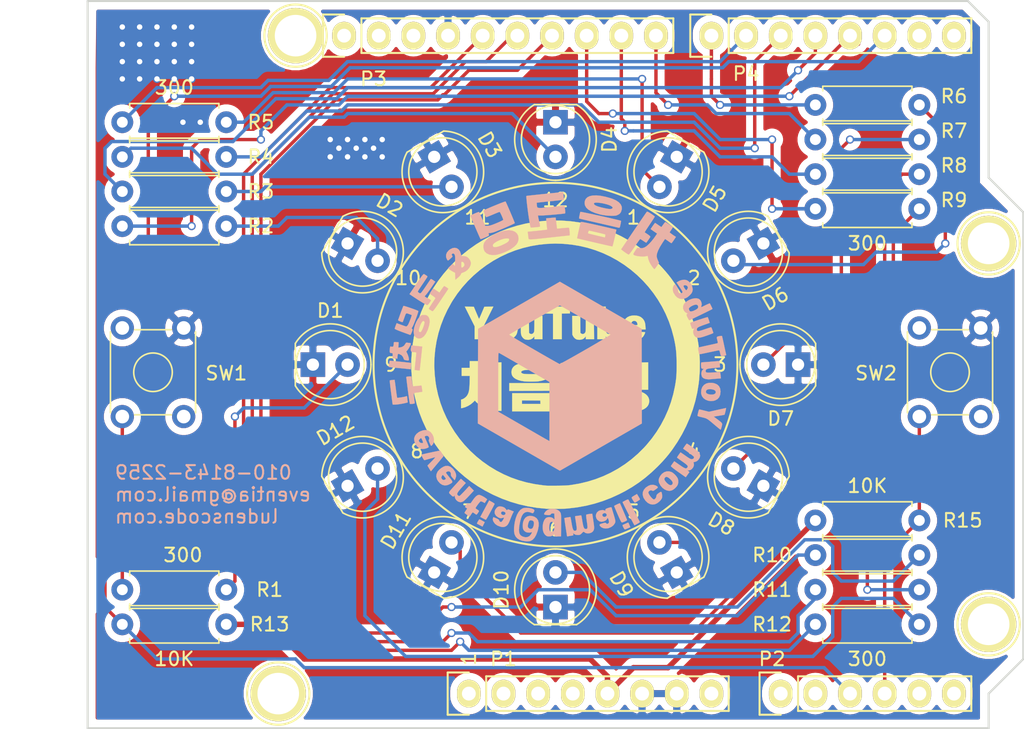
<source format=kicad_pcb>
(kicad_pcb (version 20171130) (host pcbnew "(5.1.7)-1")
  (title_block (date "lun. 30 mars 2015"))
  (layers (0 F.Cu signal) (31 B.Cu signal) (34 B.Paste user) (35 F.Paste user) (36 B.SilkS user) (37 F.SilkS user) (38 B.Mask user) (39 F.Mask user) (44 Edge.Cuts user))
  (net 0 "")
  (net 1 +5V)
  (net 2 GND)
  (net 3 "Net-(D1-Pad2)")
  (net 4 "Net-(D2-Pad2)")
  (net 5 "Net-(D3-Pad2)")
  (net 6 "Net-(D4-Pad2)")
  (net 7 "Net-(D5-Pad2)")
  (net 8 "Net-(D6-Pad2)")
  (net 9 "Net-(D7-Pad2)")
  (net 10 "Net-(D8-Pad2)")
  (net 11 "Net-(D9-Pad2)")
  (net 12 "Net-(D10-Pad2)")
  (net 13 "Net-(D11-Pad2)")
  (net 14 "Net-(D12-Pad2)")
  (net 15 A2)
  (net 16 A3)
  (net 17 /A5)
  (net 18 "Net-(P3-Pad3)")
  (net 19 P13)
  (net 20 P12)
  (net 21 P11)
  (net 22 P10)
  (net 23 P09)
  (net 24 P08)
  (net 25 P07)
  (net 26 P06)
  (net 27 P05)
  (net 28 P04)
  (net 29 P03)
  (net 30 P02)
  (net 31 /A4)
  (module Try001:YouTube_PCB_B268 (layer B.Cu) (at 145.288 99.695 180)
    (fp_text reference G*** hide)
    (fp_text value LOGO hide)
  )
  (module Try001:YouTube_PCB_212 (layer F.Cu) (at 145.288 99.695)
    (fp_text reference G*** hide)
    (fp_text value LOGO hide)
  )
  (module Socket_Arduino_Uno:Socket_Strip_Arduino_1x08 (layer F.Cu) (at 138.938 123.825)
    (fp_text reference P1 (at 2.54 -2.54) (layer F.SilkS))
    (fp_text value Power)
    (pad 1 thru_hole oval (at 0 0) (size 1.7272 2.032) (drill 1.016) (layers *.Cu *.Mask F.SilkS))
    (pad 2 thru_hole oval (at 2.54 0) (size 1.7272 2.032) (drill 1.016) (layers *.Cu *.Mask F.SilkS))
    (pad 3 thru_hole oval (at 5.08 0) (size 1.7272 2.032) (drill 1.016) (layers *.Cu *.Mask F.SilkS))
    (pad 4 thru_hole oval (at 7.62 0) (size 1.7272 2.032) (drill 1.016) (layers *.Cu *.Mask F.SilkS))
    (pad 5 thru_hole oval (at 10.16 0) (size 1.7272 2.032) (drill 1.016) (layers *.Cu *.Mask F.SilkS) (net 1 +5V))
    (pad 6 thru_hole oval (at 12.7 0) (size 1.7272 2.032) (drill 1.016) (layers *.Cu *.Mask F.SilkS) (net 2 GND))
    (pad 7 thru_hole oval (at 15.24 0) (size 1.7272 2.032) (drill 1.016) (layers *.Cu *.Mask F.SilkS) (net 2 GND))
    (pad 8 thru_hole oval (at 17.78 0) (size 1.7272 2.032) (drill 1.016) (layers *.Cu *.Mask F.SilkS))
  )
  (module Socket_Arduino_Uno:Socket_Strip_Arduino_1x06 (layer F.Cu) (at 161.798 123.825)
    (fp_text reference P2 (at -0.635 -2.54) (layer F.SilkS))
    (fp_text value Analog)
    (pad 1 thru_hole oval (at 0 0) (size 1.7272 2.032) (drill 1.016) (layers *.Cu *.Mask F.SilkS))
    (pad 2 thru_hole oval (at 2.54 0) (size 1.7272 2.032) (drill 1.016) (layers *.Cu *.Mask F.SilkS))
    (pad 3 thru_hole oval (at 5.08 0) (size 1.7272 2.032) (drill 1.016) (layers *.Cu *.Mask F.SilkS) (net 15 A2))
    (pad 4 thru_hole oval (at 7.62 0) (size 1.7272 2.032) (drill 1.016) (layers *.Cu *.Mask F.SilkS) (net 16 A3))
    (pad 5 thru_hole oval (at 10.16 0) (size 1.7272 2.032) (drill 1.016) (layers *.Cu *.Mask F.SilkS))
    (pad 6 thru_hole oval (at 12.7 0) (size 1.7272 2.032) (drill 1.016) (layers *.Cu *.Mask F.SilkS))
  )
  (module Socket_Arduino_Uno:Socket_Strip_Arduino_1x10 (layer F.Cu) (at 129.794 75.565)
    (fp_text reference P3 (at 2.159 3.175) (layer F.SilkS))
    (fp_text value Digital)
    (pad 1 thru_hole oval (at 0 0) (size 1.7272 2.032) (drill 1.016) (layers *.Cu *.Mask F.SilkS) (net 17 /A5))
    (pad 2 thru_hole oval (at 2.54 0) (size 1.7272 2.032) (drill 1.016) (layers *.Cu *.Mask F.SilkS) (net 31 /A4))
    (pad 3 thru_hole oval (at 5.08 0) (size 1.7272 2.032) (drill 1.016) (layers *.Cu *.Mask F.SilkS) (net 18 "Net-(P3-Pad3)"))
    (pad 4 thru_hole oval (at 7.62 0) (size 1.7272 2.032) (drill 1.016) (layers *.Cu *.Mask F.SilkS) (net 2 GND))
    (pad 5 thru_hole oval (at 10.16 0) (size 1.7272 2.032) (drill 1.016) (layers *.Cu *.Mask F.SilkS) (net 19 P13))
    (pad 6 thru_hole oval (at 12.7 0) (size 1.7272 2.032) (drill 1.016) (layers *.Cu *.Mask F.SilkS) (net 20 P12))
    (pad 7 thru_hole oval (at 15.24 0) (size 1.7272 2.032) (drill 1.016) (layers *.Cu *.Mask F.SilkS) (net 21 P11))
    (pad 8 thru_hole oval (at 17.78 0) (size 1.7272 2.032) (drill 1.016) (layers *.Cu *.Mask F.SilkS) (net 22 P10))
    (pad 9 thru_hole oval (at 20.32 0) (size 1.7272 2.032) (drill 1.016) (layers *.Cu *.Mask F.SilkS) (net 23 P09))
    (pad 10 thru_hole oval (at 22.86 0) (size 1.7272 2.032) (drill 1.016) (layers *.Cu *.Mask F.SilkS) (net 24 P08))
  )
  (module Socket_Arduino_Uno:Socket_Strip_Arduino_1x08 (layer F.Cu) (at 156.718 75.565)
    (fp_text reference P4 (at 2.54 2.794) (layer F.SilkS))
    (fp_text value Digital)
    (pad 1 thru_hole oval (at 0 0) (size 1.7272 2.032) (drill 1.016) (layers *.Cu *.Mask F.SilkS) (net 25 P07))
    (pad 2 thru_hole oval (at 2.54 0) (size 1.7272 2.032) (drill 1.016) (layers *.Cu *.Mask F.SilkS) (net 26 P06))
    (pad 3 thru_hole oval (at 5.08 0) (size 1.7272 2.032) (drill 1.016) (layers *.Cu *.Mask F.SilkS) (net 27 P05))
    (pad 4 thru_hole oval (at 7.62 0) (size 1.7272 2.032) (drill 1.016) (layers *.Cu *.Mask F.SilkS) (net 28 P04))
    (pad 5 thru_hole oval (at 10.16 0) (size 1.7272 2.032) (drill 1.016) (layers *.Cu *.Mask F.SilkS) (net 29 P03))
    (pad 6 thru_hole oval (at 12.7 0) (size 1.7272 2.032) (drill 1.016) (layers *.Cu *.Mask F.SilkS) (net 30 P02))
    (pad 7 thru_hole oval (at 15.24 0) (size 1.7272 2.032) (drill 1.016) (layers *.Cu *.Mask F.SilkS))
    (pad 8 thru_hole oval (at 17.78 0) (size 1.7272 2.032) (drill 1.016) (layers *.Cu *.Mask F.SilkS))
  )
  (module Socket_Arduino_Uno:Arduino_1pin (layer F.Cu) (at 124.968 123.825)
    (fp_text reference P5 hide)
    (fp_text value CONN_01X01 hide)
    (pad 1 thru_hole circle (at 0 0) (size 4.064 4.064) (drill 3.048) (layers *.Cu *.Mask F.SilkS))
  )
  (module Socket_Arduino_Uno:Arduino_1pin (layer F.Cu) (at 177.038 118.745)
    (fp_text reference P6 hide)
    (fp_text value CONN_01X01 hide)
    (pad 1 thru_hole circle (at 0 0) (size 4.064 4.064) (drill 3.048) (layers *.Cu *.Mask F.SilkS))
  )
  (module Socket_Arduino_Uno:Arduino_1pin (layer F.Cu) (at 126.238 75.565)
    (fp_text reference P7 hide)
    (fp_text value CONN_01X01 hide)
    (pad 1 thru_hole circle (at 0 0) (size 4.064 4.064) (drill 3.048) (layers *.Cu *.Mask F.SilkS))
  )
  (module Socket_Arduino_Uno:Arduino_1pin (layer F.Cu) (at 177.038 90.805)
    (fp_text reference P8 hide)
    (fp_text value CONN_01X01 hide)
    (pad 1 thru_hole circle (at 0 0) (size 4.064 4.064) (drill 3.048) (layers *.Cu *.Mask F.SilkS))
  )
  (module LED_THT:LED_D5.0mm (layer F.Cu) (at 127.508 99.695)
    (fp_text reference D1 (at 1.27 -3.96) (layer F.SilkS))
    (fp_text value LED hide)
    (pad 1 thru_hole rect (at 0 0) (size 1.8 1.8) (drill 0.9) (layers *.Cu *.Mask) (net 2 GND))
    (pad 2 thru_hole circle (at 2.54 0) (size 1.8 1.8) (drill 0.9) (layers *.Cu *.Mask) (net 3 "Net-(D1-Pad2)"))
  )
  (module LED_THT:LED_D5.0mm (layer F.Cu) (at 130.048 90.805 330)
    (fp_text reference D2 (at 1.27 -3.96 150) (layer F.SilkS))
    (fp_text value LED hide)
    (pad 1 thru_hole rect (at 0 0 330) (size 1.8 1.8) (drill 0.9) (layers *.Cu *.Mask) (net 2 GND))
    (pad 2 thru_hole circle (at 2.54 0 330) (size 1.8 1.8) (drill 0.9) (layers *.Cu *.Mask) (net 4 "Net-(D2-Pad2)"))
  )
  (module LED_THT:LED_D5.0mm (layer F.Cu) (at 136.398 84.455 300)
    (fp_text reference D3 (at 1.27 -3.96 120) (layer F.SilkS))
    (fp_text value LED hide)
    (pad 1 thru_hole rect (at 0 0 300) (size 1.8 1.8) (drill 0.9) (layers *.Cu *.Mask) (net 2 GND))
    (pad 2 thru_hole circle (at 2.54 0 300) (size 1.8 1.8) (drill 0.9) (layers *.Cu *.Mask) (net 5 "Net-(D3-Pad2)"))
  )
  (module LED_THT:LED_D5.0mm (layer F.Cu) (at 145.288 81.915 270)
    (fp_text reference D4 (at 1.27 -3.96 90) (layer F.SilkS))
    (fp_text value LED hide)
    (pad 2 thru_hole circle (at 2.54 0 270) (size 1.8 1.8) (drill 0.9) (layers *.Cu *.Mask) (net 6 "Net-(D4-Pad2)"))
    (pad 1 thru_hole rect (at 0 0 270) (size 1.8 1.8) (drill 0.9) (layers *.Cu *.Mask) (net 2 GND))
  )
  (module LED_THT:LED_D5.0mm (layer F.Cu) (at 154.178 84.455 240)
    (fp_text reference D5 (at 1.27 -3.96 60) (layer F.SilkS))
    (fp_text value LED hide)
    (pad 1 thru_hole rect (at 0 0 240) (size 1.8 1.8) (drill 0.9) (layers *.Cu *.Mask) (net 2 GND))
    (pad 2 thru_hole circle (at 2.54 0 240) (size 1.8 1.8) (drill 0.9) (layers *.Cu *.Mask) (net 7 "Net-(D5-Pad2)"))
  )
  (module LED_THT:LED_D5.0mm (layer F.Cu) (at 160.528 90.805 210)
    (fp_text reference D6 (at 1.27 -3.96 30) (layer F.SilkS))
    (fp_text value LED hide)
    (pad 2 thru_hole circle (at 2.54 0 210) (size 1.8 1.8) (drill 0.9) (layers *.Cu *.Mask) (net 8 "Net-(D6-Pad2)"))
    (pad 1 thru_hole rect (at 0 0 210) (size 1.8 1.8) (drill 0.9) (layers *.Cu *.Mask) (net 2 GND))
  )
  (module LED_THT:LED_D5.0mm (layer F.Cu) (at 163.068 99.695 180)
    (fp_text reference D7 (at 1.27 -3.96) (layer F.SilkS))
    (fp_text value LED hide)
    (pad 2 thru_hole circle (at 2.54 0 180) (size 1.8 1.8) (drill 0.9) (layers *.Cu *.Mask) (net 9 "Net-(D7-Pad2)"))
    (pad 1 thru_hole rect (at 0 0 180) (size 1.8 1.8) (drill 0.9) (layers *.Cu *.Mask) (net 2 GND))
  )
  (module LED_THT:LED_D5.0mm (layer F.Cu) (at 160.528 108.585 150)
    (fp_text reference D8 (at 1.27 -3.96 150) (layer F.SilkS))
    (fp_text value LED hide)
    (pad 2 thru_hole circle (at 2.54 0 150) (size 1.8 1.8) (drill 0.9) (layers *.Cu *.Mask) (net 10 "Net-(D8-Pad2)"))
    (pad 1 thru_hole rect (at 0 0 150) (size 1.8 1.8) (drill 0.9) (layers *.Cu *.Mask) (net 2 GND))
  )
  (module LED_THT:LED_D5.0mm (layer F.Cu) (at 154.178 114.935 120)
    (fp_text reference D9 (at 1.27 -3.96 120) (layer F.SilkS))
    (fp_text value LED hide)
    (pad 1 thru_hole rect (at 0 0 120) (size 1.8 1.8) (drill 0.9) (layers *.Cu *.Mask) (net 2 GND))
    (pad 2 thru_hole circle (at 2.54 0 120) (size 1.8 1.8) (drill 0.9) (layers *.Cu *.Mask) (net 11 "Net-(D9-Pad2)"))
  )
  (module LED_THT:LED_D5.0mm (layer F.Cu) (at 145.288 117.475 90)
    (fp_text reference D10 (at 1.27 -3.96 90) (layer F.SilkS))
    (fp_text value LED hide)
    (pad 1 thru_hole rect (at 0 0 90) (size 1.8 1.8) (drill 0.9) (layers *.Cu *.Mask) (net 2 GND))
    (pad 2 thru_hole circle (at 2.54 0 90) (size 1.8 1.8) (drill 0.9) (layers *.Cu *.Mask) (net 12 "Net-(D10-Pad2)"))
  )
  (module LED_THT:LED_D5.0mm (layer F.Cu) (at 136.398 114.935 60)
    (fp_text reference D11 (at 1.27 -3.96 60) (layer F.SilkS))
    (fp_text value LED hide)
    (pad 2 thru_hole circle (at 2.54 0 60) (size 1.8 1.8) (drill 0.9) (layers *.Cu *.Mask) (net 13 "Net-(D11-Pad2)"))
    (pad 1 thru_hole rect (at 0 0 60) (size 1.8 1.8) (drill 0.9) (layers *.Cu *.Mask) (net 2 GND))
  )
  (module LED_THT:LED_D5.0mm (layer F.Cu) (at 130.048 108.585 30)
    (fp_text reference D12 (at 1.27 -3.96 30) (layer F.SilkS))
    (fp_text value LED hide)
    (pad 2 thru_hole circle (at 2.54 0 30) (size 1.8 1.8) (drill 0.9) (layers *.Cu *.Mask) (net 14 "Net-(D12-Pad2)"))
    (pad 1 thru_hole rect (at 0 0 30) (size 1.8 1.8) (drill 0.9) (layers *.Cu *.Mask) (net 2 GND))
  )
  (module Resistor_THT:R_Axial_DIN0207_L6.3mm_D2.5mm_P7.62mm_Horizontal (layer F.Cu) (at 113.538 116.205)
    (fp_text reference R1 (at 10.795 0) (layer F.SilkS))
    (fp_text value 300 (at 4.445 -2.54) (layer F.SilkS))
    (pad 2 thru_hole oval (at 7.62 0) (size 1.6 1.6) (drill 0.8) (layers *.Cu *.Mask) (net 3 "Net-(D1-Pad2)"))
    (pad 1 thru_hole circle (at 0 0) (size 1.6 1.6) (drill 0.8) (layers *.Cu *.Mask) (net 30 P02))
  )
  (module Resistor_THT:R_Axial_DIN0207_L6.3mm_D2.5mm_P7.62mm_Horizontal (layer F.Cu) (at 113.538 89.535)
    (fp_text reference R2 (at 10.16 0) (layer F.SilkS))
    (fp_text value 300 hide)
    (pad 2 thru_hole oval (at 7.62 0) (size 1.6 1.6) (drill 0.8) (layers *.Cu *.Mask) (net 4 "Net-(D2-Pad2)"))
    (pad 1 thru_hole circle (at 0 0) (size 1.6 1.6) (drill 0.8) (layers *.Cu *.Mask) (net 29 P03))
  )
  (module Resistor_THT:R_Axial_DIN0207_L6.3mm_D2.5mm_P7.62mm_Horizontal (layer F.Cu) (at 113.538 86.995)
    (fp_text reference R3 (at 10.16 0) (layer F.SilkS))
    (fp_text value 300)
    (pad 1 thru_hole circle (at 0 0) (size 1.6 1.6) (drill 0.8) (layers *.Cu *.Mask) (net 28 P04))
    (pad 2 thru_hole oval (at 7.62 0) (size 1.6 1.6) (drill 0.8) (layers *.Cu *.Mask) (net 5 "Net-(D3-Pad2)"))
  )
  (module Resistor_THT:R_Axial_DIN0207_L6.3mm_D2.5mm_P7.62mm_Horizontal (layer F.Cu) (at 121.158 84.455 180)
    (fp_text reference R4 (at -2.54 0) (layer F.SilkS))
    (fp_text value 300 hide)
    (pad 1 thru_hole circle (at 0 0 180) (size 1.6 1.6) (drill 0.8) (layers *.Cu *.Mask) (net 27 P05))
    (pad 2 thru_hole oval (at 7.62 0 180) (size 1.6 1.6) (drill 0.8) (layers *.Cu *.Mask) (net 6 "Net-(D4-Pad2)"))
  )
  (module Resistor_THT:R_Axial_DIN0207_L6.3mm_D2.5mm_P7.62mm_Horizontal (layer F.Cu) (at 113.538 81.915)
    (fp_text reference R5 (at 10.16 0) (layer F.SilkS))
    (fp_text value 300 (at 3.81 -2.54) (layer F.SilkS))
    (pad 1 thru_hole circle (at 0 0) (size 1.6 1.6) (drill 0.8) (layers *.Cu *.Mask) (net 26 P06))
    (pad 2 thru_hole oval (at 7.62 0) (size 1.6 1.6) (drill 0.8) (layers *.Cu *.Mask) (net 7 "Net-(D5-Pad2)"))
  )
  (module Resistor_THT:R_Axial_DIN0207_L6.3mm_D2.5mm_P7.62mm_Horizontal (layer F.Cu) (at 164.338 80.645)
    (fp_text reference R6 (at 10.16 -0.635) (layer F.SilkS))
    (fp_text value 300 (at 3.81 10.16) (layer F.SilkS))
    (pad 1 thru_hole circle (at 0 0) (size 1.6 1.6) (drill 0.8) (layers *.Cu *.Mask) (net 25 P07))
    (pad 2 thru_hole oval (at 7.62 0) (size 1.6 1.6) (drill 0.8) (layers *.Cu *.Mask) (net 8 "Net-(D6-Pad2)"))
  )
  (module Resistor_THT:R_Axial_DIN0207_L6.3mm_D2.5mm_P7.62mm_Horizontal (layer F.Cu) (at 164.338 83.185)
    (fp_text reference R7 (at 10.16 -0.635) (layer F.SilkS))
    (fp_text value 300)
    (pad 1 thru_hole circle (at 0 0) (size 1.6 1.6) (drill 0.8) (layers *.Cu *.Mask) (net 24 P08))
    (pad 2 thru_hole oval (at 7.62 0) (size 1.6 1.6) (drill 0.8) (layers *.Cu *.Mask) (net 9 "Net-(D7-Pad2)"))
  )
  (module Resistor_THT:R_Axial_DIN0207_L6.3mm_D2.5mm_P7.62mm_Horizontal (layer F.Cu) (at 164.338 85.725)
    (fp_text reference R8 (at 10.16 -0.635) (layer F.SilkS))
    (fp_text value 300)
    (pad 2 thru_hole oval (at 7.62 0) (size 1.6 1.6) (drill 0.8) (layers *.Cu *.Mask) (net 10 "Net-(D8-Pad2)"))
    (pad 1 thru_hole circle (at 0 0) (size 1.6 1.6) (drill 0.8) (layers *.Cu *.Mask) (net 23 P09))
  )
  (module Resistor_THT:R_Axial_DIN0207_L6.3mm_D2.5mm_P7.62mm_Horizontal (layer F.Cu) (at 164.338 88.265)
    (fp_text reference R9 (at 10.16 -0.635) (layer F.SilkS))
    (fp_text value 300)
    (pad 1 thru_hole circle (at 0 0) (size 1.6 1.6) (drill 0.8) (layers *.Cu *.Mask) (net 22 P10))
    (pad 2 thru_hole oval (at 7.62 0) (size 1.6 1.6) (drill 0.8) (layers *.Cu *.Mask) (net 11 "Net-(D9-Pad2)"))
  )
  (module Resistor_THT:R_Axial_DIN0207_L6.3mm_D2.5mm_P7.62mm_Horizontal (layer F.Cu) (at 164.338 113.665)
    (fp_text reference R10 (at -3.175 0) (layer F.SilkS))
    (fp_text value 300)
    (pad 2 thru_hole oval (at 7.62 0) (size 1.6 1.6) (drill 0.8) (layers *.Cu *.Mask) (net 12 "Net-(D10-Pad2)"))
    (pad 1 thru_hole circle (at 0 0) (size 1.6 1.6) (drill 0.8) (layers *.Cu *.Mask) (net 21 P11))
  )
  (module Resistor_THT:R_Axial_DIN0207_L6.3mm_D2.5mm_P7.62mm_Horizontal (layer F.Cu) (at 164.338 116.205)
    (fp_text reference R11 (at -3.175 0) (layer F.SilkS))
    (fp_text value 300)
    (pad 1 thru_hole circle (at 0 0) (size 1.6 1.6) (drill 0.8) (layers *.Cu *.Mask) (net 20 P12))
    (pad 2 thru_hole oval (at 7.62 0) (size 1.6 1.6) (drill 0.8) (layers *.Cu *.Mask) (net 13 "Net-(D11-Pad2)"))
  )
  (module Resistor_THT:R_Axial_DIN0207_L6.3mm_D2.5mm_P7.62mm_Horizontal (layer F.Cu) (at 164.338 118.745)
    (fp_text reference R12 (at -3.175 0) (layer F.SilkS))
    (fp_text value 300 (at 3.81 2.54) (layer F.SilkS))
    (pad 2 thru_hole oval (at 7.62 0) (size 1.6 1.6) (drill 0.8) (layers *.Cu *.Mask) (net 14 "Net-(D12-Pad2)"))
    (pad 1 thru_hole circle (at 0 0) (size 1.6 1.6) (drill 0.8) (layers *.Cu *.Mask) (net 19 P13))
  )
  (module Resistor_THT:R_Axial_DIN0207_L6.3mm_D2.5mm_P7.62mm_Horizontal (layer F.Cu) (at 121.158 118.745 180)
    (fp_text reference R13 (at -3.175 0) (layer F.SilkS))
    (fp_text value 10K (at 3.81 -2.54) (layer F.SilkS))
    (pad 1 thru_hole circle (at 0 0 180) (size 1.6 1.6) (drill 0.8) (layers *.Cu *.Mask) (net 1 +5V))
    (pad 2 thru_hole oval (at 7.62 0 180) (size 1.6 1.6) (drill 0.8) (layers *.Cu *.Mask) (net 15 A2))
  )
  (module Resistor_THT:R_Axial_DIN0207_L6.3mm_D2.5mm_P7.62mm_Horizontal (layer F.Cu) (at 164.338 111.125)
    (fp_text reference R15 (at 10.795 0) (layer F.SilkS))
    (fp_text value 10K (at 3.81 -2.54) (layer F.SilkS))
    (pad 2 thru_hole oval (at 7.62 0) (size 1.6 1.6) (drill 0.8) (layers *.Cu *.Mask) (net 16 A3))
    (pad 1 thru_hole circle (at 0 0) (size 1.6 1.6) (drill 0.8) (layers *.Cu *.Mask) (net 1 +5V))
  )
  (module Button_Switch_THT:SW_TH_Tactile_Omron_B3F-10xx (layer F.Cu) (at 113.538 103.505 90)
    (fp_text reference SW1 (at 3.175 7.62 180) (layer F.SilkS))
    (fp_text value SW_MEC_5E)
    (pad 4 thru_hole circle (at 6.5 4.5 90) (size 1.7 1.7) (drill 1) (layers *.Cu *.Mask) (net 2 GND))
    (pad 3 thru_hole circle (at 0 4.5 90) (size 1.7 1.7) (drill 1) (layers *.Cu *.Mask))
    (pad 2 thru_hole circle (at 6.5 0 90) (size 1.7 1.7) (drill 1) (layers *.Cu *.Mask))
    (pad 1 thru_hole circle (at 0 0 90) (size 1.7 1.7) (drill 1) (layers *.Cu *.Mask) (net 15 A2))
  )
  (module Button_Switch_THT:SW_TH_Tactile_Omron_B3F-10xx (layer F.Cu) (at 171.958 103.505 90)
    (fp_text reference SW2 (at 3.175 -3.175 180) (layer F.SilkS))
    (fp_text value SW_MEC_5E)
    (pad 1 thru_hole circle (at 0 0 90) (size 1.7 1.7) (drill 1) (layers *.Cu *.Mask) (net 16 A3))
    (pad 2 thru_hole circle (at 6.5 0 90) (size 1.7 1.7) (drill 1) (layers *.Cu *.Mask))
    (pad 3 thru_hole circle (at 0 4.5 90) (size 1.7 1.7) (drill 1) (layers *.Cu *.Mask))
    (pad 4 thru_hole circle (at 6.5 4.5 90) (size 1.7 1.7) (drill 1) (layers *.Cu *.Mask) (net 2 GND))
  )
  (gr_text "010-8143-2259\neventia@gmail.com\nludenscode.com" (at 112.903 109.22) (layer B.SilkS) (effects (font (size 1 1)) (justify right mirror)))
  (gr_circle (center 145.288 99.695) (end 145.288 86.36) (layer F.SilkS) (width 0.15))
  (gr_text 11 (at 139.573 88.9) (layer F.SilkS) (effects (font (size 1 1))))
  (gr_text 10 (at 134.493 93.345) (layer F.SilkS) (effects (font (size 1 1))))
  (gr_text 9 (at 133.223 99.695) (layer F.SilkS) (effects (font (size 1 1))))
  (gr_text 8 (at 135.128 106.045) (layer F.SilkS) (effects (font (size 1 1))))
  (gr_text 7 (at 138.938 110.49) (layer F.SilkS) (effects (font (size 1 1))))
  (gr_text 6 (at 145.288 111.76) (layer F.SilkS) (effects (font (size 1 1))))
  (gr_text 5 (at 151.003 110.49) (layer F.SilkS) (effects (font (size 1 1))))
  (gr_text 4 (at 155.448 106.045) (layer F.SilkS) (effects (font (size 1 1))))
  (gr_text 3 (at 157.353 99.695) (layer F.SilkS) (effects (font (size 1 1))))
  (gr_text 2 (at 155.448 93.345) (layer F.SilkS) (effects (font (size 1 1))))
  (gr_text 1 (at 151.003 88.9) (layer F.SilkS) (effects (font (size 1 1))))
  (gr_text 12 (at 145.288 87.63) (layer F.SilkS) (effects (font (size 1 1))))
  (gr_text 1 (at 138.938 121.285 90) (layer F.SilkS) (effects (font (size 1 1))))
  (gr_line (start 177.038 74.549) (end 175.514 73.025) (angle 90) (layer Edge.Cuts) (width 0.15))
  (gr_line (start 177.038 85.979) (end 177.038 74.549) (angle 90) (layer Edge.Cuts) (width 0.15))
  (gr_line (start 179.578 88.519) (end 177.038 85.979) (angle 90) (layer Edge.Cuts) (width 0.15))
  (gr_line (start 179.578 121.285) (end 179.578 88.519) (angle 90) (layer Edge.Cuts) (width 0.15))
  (gr_line (start 177.038 123.825) (end 179.578 121.285) (angle 90) (layer Edge.Cuts) (width 0.15))
  (gr_line (start 177.038 126.365) (end 177.038 123.825) (angle 90) (layer Edge.Cuts) (width 0.15))
  (gr_line (start 110.998 126.365) (end 177.038 126.365) (angle 90) (layer Edge.Cuts) (width 0.15))
  (gr_line (start 110.998 73.025) (end 110.998 126.365) (angle 90) (layer Edge.Cuts) (width 0.15))
  (gr_line (start 175.514 73.025) (end 110.998 73.025) (angle 90) (layer Edge.Cuts) (width 0.15))
  (segment (start 149.098 122.555) (end 149.098 123.825) (width 0.4) (layer F.Cu) (net 1))
  (segment (start 147.828 121.285) (end 149.098 122.555) (width 0.4) (layer F.Cu) (net 1))
  (segment (start 151.003 121.92) (end 149.098 123.825) (width 0.4) (layer F.Cu) (net 1))
  (segment (start 153.543 121.92) (end 151.003 121.92) (width 0.4) (layer F.Cu) (net 1))
  (segment (start 164.338 111.125) (end 153.543 121.92) (width 0.4) (layer F.Cu) (net 1))
  (segment (start 121.158 118.745) (end 124.333 118.745) (width 0.4) (layer F.Cu) (net 1))
  (segment (start 124.333 118.745) (end 126.873 121.285) (width 0.4) (layer F.Cu) (net 1))
  (segment (start 126.873 121.285) (end 147.828 121.285) (width 0.4) (layer F.Cu) (net 1))
  (via (at 113.538 78.74) (size 0.6) (drill 0.4) (layers F.Cu B.Cu) (net 2))
  (via (at 113.538 77.47) (size 0.6) (drill 0.4) (layers F.Cu B.Cu) (net 2))
  (via (at 113.538 76.2) (size 0.6) (drill 0.4) (layers F.Cu B.Cu) (net 2))
  (via (at 113.538 74.93) (size 0.6) (drill 0.4) (layers F.Cu B.Cu) (net 2))
  (via (at 114.808 74.93) (size 0.6) (drill 0.4) (layers F.Cu B.Cu) (net 2))
  (via (at 116.078 74.93) (size 0.6) (drill 0.4) (layers F.Cu B.Cu) (net 2))
  (via (at 117.348 74.93) (size 0.6) (drill 0.4) (layers F.Cu B.Cu) (net 2))
  (via (at 117.348 76.2) (size 0.6) (drill 0.4) (layers F.Cu B.Cu) (net 2))
  (via (at 116.078 76.2) (size 0.6) (drill 0.4) (layers F.Cu B.Cu) (net 2))
  (via (at 114.808 76.2) (size 0.6) (drill 0.4) (layers F.Cu B.Cu) (net 2))
  (via (at 114.808 77.47) (size 0.6) (drill 0.4) (layers F.Cu B.Cu) (net 2))
  (via (at 114.808 78.74) (size 0.6) (drill 0.4) (layers F.Cu B.Cu) (net 2))
  (via (at 116.078 77.47) (size 0.6) (drill 0.4) (layers F.Cu B.Cu) (net 2))
  (via (at 117.348 77.47) (size 0.6) (drill 0.4) (layers F.Cu B.Cu) (net 2))
  (via (at 116.078 78.74) (size 0.6) (drill 0.4) (layers F.Cu B.Cu) (net 2))
  (via (at 117.348 78.74) (size 0.6) (drill 0.4) (layers F.Cu B.Cu) (net 2))
  (via (at 118.618 78.74) (size 0.6) (drill 0.4) (layers F.Cu B.Cu) (net 2))
  (via (at 118.618 77.47) (size 0.6) (drill 0.4) (layers F.Cu B.Cu) (net 2))
  (via (at 118.618 76.2) (size 0.6) (drill 0.4) (layers F.Cu B.Cu) (net 2))
  (via (at 118.618 74.93) (size 0.6) (drill 0.4) (layers F.Cu B.Cu) (net 2))
  (via (at 131.318 83.185) (size 0.6) (drill 0.4) (layers F.Cu B.Cu) (net 2))
  (via (at 130.048 83.185) (size 0.6) (drill 0.4) (layers F.Cu B.Cu) (net 2))
  (via (at 128.778 83.185) (size 0.6) (drill 0.4) (layers F.Cu B.Cu) (net 2))
  (via (at 117.983 81.915) (size 0.6) (drill 0.4) (layers F.Cu B.Cu) (net 2))
  (via (at 119.253 81.915) (size 0.6) (drill 0.4) (layers F.Cu B.Cu) (net 2))
  (via (at 132.588 83.185) (size 0.6) (drill 0.4) (layers F.Cu B.Cu) (net 2))
  (via (at 132.588 84.455) (size 0.6) (drill 0.4) (layers F.Cu B.Cu) (net 2))
  (via (at 130.683 83.82) (size 0.6) (drill 0.4) (layers F.Cu B.Cu) (net 2))
  (via (at 131.953 83.82) (size 0.6) (drill 0.4) (layers F.Cu B.Cu) (net 2))
  (via (at 129.413 83.82) (size 0.6) (drill 0.4) (layers F.Cu B.Cu) (net 2))
  (via (at 131.318 84.455) (size 0.6) (drill 0.4) (layers F.Cu B.Cu) (net 2))
  (via (at 130.048 84.455) (size 0.6) (drill 0.4) (layers F.Cu B.Cu) (net 2))
  (via (at 128.778 84.455) (size 0.6) (drill 0.4) (layers F.Cu B.Cu) (net 2))
  (segment (start 130.048 99.695) (end 126.873 102.87) (width 0.25) (layer B.Cu) (net 3))
  (segment (start 126.873 102.87) (end 122.428 102.87) (width 0.25) (layer B.Cu) (net 3))
  (via (at 121.793 103.505) (size 0.6) (drill 0.4) (layers F.Cu B.Cu) (net 3))
  (segment (start 122.428 102.87) (end 121.793 103.505) (width 0.25) (layer B.Cu) (net 3))
  (segment (start 121.793 115.57) (end 121.158 116.205) (width 0.25) (layer F.Cu) (net 3))
  (segment (start 121.793 103.505) (end 121.793 115.57) (width 0.25) (layer F.Cu) (net 3))
  (segment (start 124.968 89.535) (end 121.158 89.535) (width 0.25) (layer B.Cu) (net 4))
  (segment (start 125.603 88.9) (end 124.968 89.535) (width 0.25) (layer B.Cu) (net 4))
  (segment (start 132.247705 90.464705) (end 130.683 88.9) (width 0.25) (layer B.Cu) (net 4))
  (segment (start 130.683 88.9) (end 125.603 88.9) (width 0.25) (layer B.Cu) (net 4))
  (segment (start 132.247705 92.075) (end 132.247705 90.464705) (width 0.25) (layer B.Cu) (net 4))
  (segment (start 137.668 86.654705) (end 124.038295 86.654705) (width 0.25) (layer B.Cu) (net 5))
  (segment (start 123.698 86.995) (end 121.158 86.995) (width 0.25) (layer B.Cu) (net 5))
  (segment (start 124.038295 86.654705) (end 123.698 86.995) (width 0.25) (layer B.Cu) (net 5))
  (segment (start 130.05364 81.28) (end 142.113 81.28) (width 0.25) (layer B.Cu) (net 6))
  (segment (start 142.113 81.28) (end 145.288 84.455) (width 0.25) (layer B.Cu) (net 6))
  (segment (start 129.788623 81.545017) (end 130.05364 81.28) (width 0.25) (layer B.Cu) (net 6))
  (segment (start 127.244392 81.545018) (end 129.788623 81.545017) (width 0.25) (layer B.Cu) (net 6))
  (segment (start 123.884401 84.905009) (end 127.244392 81.545018) (width 0.25) (layer B.Cu) (net 6))
  (segment (start 123.88299 84.90501) (end 123.884401 84.905009) (width 0.25) (layer B.Cu) (net 6))
  (segment (start 123.063 85.725) (end 123.88299 84.90501) (width 0.25) (layer B.Cu) (net 6))
  (segment (start 120.523 85.725) (end 123.063 85.725) (width 0.25) (layer B.Cu) (net 6))
  (segment (start 118.618 83.82) (end 120.523 85.725) (width 0.25) (layer B.Cu) (net 6))
  (segment (start 114.173 83.82) (end 118.618 83.82) (width 0.25) (layer B.Cu) (net 6))
  (segment (start 113.538 84.455) (end 114.173 83.82) (width 0.25) (layer B.Cu) (net 6))
  (segment (start 152.908 86.36) (end 152.908 86.654705) (width 0.25) (layer B.Cu) (net 7))
  (via (at 151.638 78.74) (size 0.6) (drill 0.4) (layers F.Cu B.Cu) (net 7))
  (segment (start 151.638 85.384705) (end 151.638 78.74) (width 0.25) (layer F.Cu) (net 7))
  (segment (start 152.908 86.654705) (end 151.638 85.384705) (width 0.25) (layer F.Cu) (net 7))
  (segment (start 122.42518 81.915) (end 121.158 81.915) (width 0.25) (layer B.Cu) (net 7))
  (segment (start 129.043018 79.744982) (end 125.337981 79.744982) (width 0.25) (layer B.Cu) (net 7))
  (segment (start 130.048 78.74) (end 129.043018 79.744982) (width 0.25) (layer B.Cu) (net 7))
  (segment (start 151.638 78.74) (end 130.048 78.74) (width 0.25) (layer B.Cu) (net 7))
  (segment (start 124.5952 79.744982) (end 125.868018 79.744982) (width 0.25) (layer B.Cu) (net 7))
  (segment (start 125.868018 79.744982) (end 125.868017 79.744982) (width 0.25) (layer B.Cu) (net 7))
  (segment (start 124.33159 80.00859) (end 124.5952 79.744982) (width 0.25) (layer B.Cu) (net 7))
  (segment (start 124.33159 80.00859) (end 122.42518 81.915) (width 0.25) (layer B.Cu) (net 7))
  (segment (start 158.612728 92.359433) (end 167.863567 92.359433) (width 0.25) (layer B.Cu) (net 8))
  (segment (start 158.328295 92.075) (end 158.612728 92.359433) (width 0.25) (layer B.Cu) (net 8))
  (segment (start 167.863567 92.359433) (end 168.783 91.44) (width 0.25) (layer B.Cu) (net 8))
  (segment (start 168.783 91.44) (end 173.228 91.44) (width 0.25) (layer B.Cu) (net 8))
  (via (at 173.863 90.805) (size 0.6) (drill 0.4) (layers F.Cu B.Cu) (net 8))
  (segment (start 173.228 91.44) (end 173.863 90.805) (width 0.25) (layer B.Cu) (net 8))
  (segment (start 171.958 80.645) (end 173.863 82.55) (width 0.25) (layer F.Cu) (net 8))
  (segment (start 173.863 90.805) (end 173.863 82.55) (width 0.25) (layer F.Cu) (net 8))
  (segment (start 160.528 99.695) (end 166.243 93.98) (width 0.25) (layer F.Cu) (net 9))
  (via (at 166.878 83.185) (size 0.6) (drill 0.4) (layers F.Cu B.Cu) (net 9))
  (segment (start 166.243 83.82) (end 166.878 83.185) (width 0.25) (layer F.Cu) (net 9))
  (segment (start 166.243 93.98) (end 166.243 83.82) (width 0.25) (layer F.Cu) (net 9))
  (segment (start 166.878 83.185) (end 171.958 83.185) (width 0.25) (layer B.Cu) (net 9))
  (segment (start 169.418 86.995) (end 170.688 85.725) (width 0.25) (layer F.Cu) (net 10))
  (segment (start 170.688 85.725) (end 171.958 85.725) (width 0.25) (layer F.Cu) (net 10))
  (segment (start 169.418 101.6) (end 169.418 86.995) (width 0.25) (layer F.Cu) (net 10))
  (segment (start 165.608 105.41) (end 169.418 101.6) (width 0.25) (layer F.Cu) (net 10))
  (segment (start 160.233295 105.41) (end 165.608 105.41) (width 0.25) (layer F.Cu) (net 10))
  (segment (start 158.328295 107.315) (end 160.233295 105.41) (width 0.25) (layer F.Cu) (net 10))
  (segment (start 152.908 112.735295) (end 158.917705 112.735295) (width 0.25) (layer F.Cu) (net 11))
  (segment (start 160.528 111.125) (end 161.163 111.125) (width 0.25) (layer F.Cu) (net 11))
  (segment (start 158.917705 112.735295) (end 160.528 111.125) (width 0.25) (layer F.Cu) (net 11))
  (segment (start 161.163 111.125) (end 170.053 102.235) (width 0.25) (layer F.Cu) (net 11))
  (segment (start 170.053 90.17) (end 171.958 88.265) (width 0.25) (layer F.Cu) (net 11))
  (segment (start 170.053 102.235) (end 170.053 90.17) (width 0.25) (layer F.Cu) (net 11))
  (segment (start 170.053 115.57) (end 171.958 113.665) (width 0.25) (layer B.Cu) (net 12))
  (segment (start 166.243 115.57) (end 170.053 115.57) (width 0.25) (layer B.Cu) (net 12))
  (segment (start 165.608 114.935) (end 166.243 115.57) (width 0.25) (layer B.Cu) (net 12))
  (segment (start 165.608 113.03) (end 165.608 114.935) (width 0.25) (layer B.Cu) (net 12))
  (segment (start 165.117999 112.539999) (end 165.608 113.03) (width 0.25) (layer B.Cu) (net 12))
  (segment (start 158.623 117.475) (end 163.558001 112.539999) (width 0.25) (layer B.Cu) (net 12))
  (segment (start 149.733 117.475) (end 158.623 117.475) (width 0.25) (layer B.Cu) (net 12))
  (segment (start 163.558001 112.539999) (end 165.117999 112.539999) (width 0.25) (layer B.Cu) (net 12))
  (segment (start 147.193 114.935) (end 149.733 117.475) (width 0.25) (layer B.Cu) (net 12))
  (segment (start 145.288 114.935) (end 147.193 114.935) (width 0.25) (layer B.Cu) (net 12))
  (segment (start 137.668 112.735295) (end 138.303 113.370295) (width 0.25) (layer F.Cu) (net 13))
  (segment (start 138.303 113.370295) (end 138.303 114.935) (width 0.25) (layer F.Cu) (net 13))
  (segment (start 138.303 114.935) (end 142.748 119.38) (width 0.25) (layer F.Cu) (net 13))
  (segment (start 142.748 119.38) (end 155.340524 119.38) (width 0.25) (layer F.Cu) (net 13))
  (segment (start 155.340524 119.38) (end 162.433 112.287524) (width 0.25) (layer F.Cu) (net 13))
  (segment (start 162.433 112.287524) (end 162.433 110.49141) (width 0.25) (layer F.Cu) (net 13))
  (segment (start 162.433 110.49141) (end 163.70441 109.22) (width 0.25) (layer F.Cu) (net 13))
  (segment (start 163.70441 109.22) (end 164.973 109.22) (width 0.25) (layer F.Cu) (net 13))
  (via (at 168.148 116.205) (size 0.6) (drill 0.4) (layers F.Cu B.Cu) (net 13))
  (segment (start 168.148 112.395) (end 168.148 116.205) (width 0.25) (layer F.Cu) (net 13))
  (segment (start 164.973 109.22) (end 168.148 112.395) (width 0.25) (layer F.Cu) (net 13))
  (segment (start 168.148 116.205) (end 171.958 116.205) (width 0.25) (layer B.Cu) (net 13))
  (segment (start 133.223 120.015) (end 133.858 120.65) (width 0.25) (layer B.Cu) (net 14))
  (segment (start 132.247705 109.560295) (end 132.247705 107.315) (width 0.25) (layer B.Cu) (net 14))
  (segment (start 131.318 110.49) (end 132.247705 109.560295) (width 0.25) (layer B.Cu) (net 14))
  (segment (start 131.318 118.11) (end 131.318 110.49) (width 0.25) (layer B.Cu) (net 14))
  (segment (start 133.858 120.65) (end 131.318 118.11) (width 0.25) (layer B.Cu) (net 14))
  (segment (start 134.308009 121.100009) (end 133.858 120.65) (width 0.25) (layer B.Cu) (net 14))
  (segment (start 164.153009 121.100009) (end 134.308009 121.100009) (width 0.25) (layer B.Cu) (net 14))
  (segment (start 165.608 119.645018) (end 164.153009 121.100009) (width 0.25) (layer B.Cu) (net 14))
  (segment (start 165.608 117.475) (end 165.608 119.645018) (width 0.25) (layer B.Cu) (net 14))
  (segment (start 166.243 116.84) (end 165.608 117.475) (width 0.25) (layer B.Cu) (net 14))
  (segment (start 170.053 116.84) (end 166.243 116.84) (width 0.25) (layer B.Cu) (net 14))
  (segment (start 171.958 118.745) (end 170.053 116.84) (width 0.25) (layer B.Cu) (net 14))
  (segment (start 114.808 120.015) (end 113.538 118.745) (width 0.25) (layer B.Cu) (net 15))
  (segment (start 166.878 123.825) (end 166.878 123.19) (width 0.25) (layer B.Cu) (net 15))
  (segment (start 113.538 103.505) (end 113.538 113.03) (width 0.25) (layer F.Cu) (net 15))
  (segment (start 113.538 113.03) (end 112.268 114.3) (width 0.25) (layer F.Cu) (net 15))
  (segment (start 112.268 117.475) (end 113.538 118.745) (width 0.25) (layer F.Cu) (net 15))
  (segment (start 112.268 114.3) (end 112.268 117.475) (width 0.25) (layer F.Cu) (net 15))
  (segment (start 116.078 121.285) (end 113.538 118.745) (width 0.25) (layer B.Cu) (net 15))
  (segment (start 126.238 121.285) (end 116.078 121.285) (width 0.25) (layer B.Cu) (net 15))
  (segment (start 126.873 121.92) (end 126.238 121.285) (width 0.25) (layer B.Cu) (net 15))
  (segment (start 164.973 121.92) (end 126.873 121.92) (width 0.25) (layer B.Cu) (net 15))
  (segment (start 166.878 123.825) (end 164.973 121.92) (width 0.25) (layer B.Cu) (net 15))
  (segment (start 169.418 123.825) (end 169.418 122.555) (width 0.25) (layer F.Cu) (net 16))
  (segment (start 171.958 103.505) (end 171.958 111.125) (width 0.25) (layer F.Cu) (net 16))
  (segment (start 171.958 111.125) (end 169.418 113.665) (width 0.25) (layer F.Cu) (net 16))
  (segment (start 169.418 113.665) (end 169.418 123.825) (width 0.25) (layer F.Cu) (net 16))
  (segment (start 136.144 79.375) (end 128.778 79.375) (width 0.25) (layer F.Cu) (net 19))
  (segment (start 128.778 79.375) (end 122.428 85.725) (width 0.25) (layer F.Cu) (net 19))
  (segment (start 122.428 85.725) (end 122.428 115.57) (width 0.25) (layer F.Cu) (net 19))
  (segment (start 122.428 115.57) (end 127.508 120.65) (width 0.25) (layer F.Cu) (net 19))
  (segment (start 127.508 120.65) (end 137.668 120.65) (width 0.25) (layer F.Cu) (net 19))
  (via (at 138.303 120.015) (size 0.6) (drill 0.4) (layers F.Cu B.Cu) (net 19))
  (segment (start 137.668 120.65) (end 138.303 120.015) (width 0.25) (layer F.Cu) (net 19))
  (segment (start 139.954 75.565) (end 136.144 79.375) (width 0.25) (layer F.Cu) (net 19))
  (segment (start 138.938 120.65) (end 138.303 120.015) (width 0.25) (layer B.Cu) (net 19))
  (segment (start 162.433 120.65) (end 138.938 120.65) (width 0.25) (layer B.Cu) (net 19))
  (segment (start 164.338 118.745) (end 162.433 120.65) (width 0.25) (layer B.Cu) (net 19))
  (via (at 137.668 119.38) (size 0.6) (drill 0.4) (layers F.Cu B.Cu) (net 20))
  (segment (start 136.330401 79.825009) (end 138.68541 77.47) (width 0.25) (layer F.Cu) (net 20))
  (segment (start 128.9644 79.82501) (end 136.330401 79.825009) (width 0.25) (layer F.Cu) (net 20))
  (segment (start 123.063 85.72641) (end 128.9644 79.82501) (width 0.25) (layer F.Cu) (net 20))
  (segment (start 123.063 115.56859) (end 123.063 85.72641) (width 0.25) (layer F.Cu) (net 20))
  (segment (start 127.50941 120.015) (end 123.063 115.56859) (width 0.25) (layer F.Cu) (net 20))
  (segment (start 137.033 120.015) (end 127.50941 120.015) (width 0.25) (layer F.Cu) (net 20))
  (segment (start 137.668 119.38) (end 137.033 120.015) (width 0.25) (layer F.Cu) (net 20))
  (segment (start 142.113 75.565) (end 140.208 77.47) (width 0.25) (layer F.Cu) (net 20))
  (segment (start 142.494 75.565) (end 142.113 75.565) (width 0.25) (layer F.Cu) (net 20))
  (segment (start 138.68541 77.47) (end 140.208 77.47) (width 0.25) (layer F.Cu) (net 20))
  (segment (start 137.668 119.38) (end 138.938 119.38) (width 0.25) (layer B.Cu) (net 20))
  (segment (start 138.938 119.38) (end 139.573 120.015) (width 0.25) (layer B.Cu) (net 20))
  (segment (start 139.573 120.015) (end 142.113 120.015) (width 0.25) (layer B.Cu) (net 20))
  (segment (start 142.113 120.015) (end 141.47941 120.015) (width 0.25) (layer B.Cu) (net 20))
  (segment (start 159.893 120.015) (end 142.113 120.015) (width 0.25) (layer B.Cu) (net 20))
  (segment (start 164.338 116.84) (end 164.338 116.205) (width 0.25) (layer B.Cu) (net 20))
  (segment (start 163.068 118.11) (end 164.338 116.84) (width 0.25) (layer B.Cu) (net 20))
  (segment (start 163.068 119.37859) (end 163.068 118.11) (width 0.25) (layer B.Cu) (net 20))
  (segment (start 162.43159 120.015) (end 163.068 119.37859) (width 0.25) (layer B.Cu) (net 20))
  (segment (start 161.798 120.015) (end 162.43159 120.015) (width 0.25) (layer B.Cu) (net 20))
  (segment (start 162.06161 120.015) (end 161.798 120.015) (width 0.25) (layer B.Cu) (net 20))
  (segment (start 161.798 120.015) (end 159.893 120.015) (width 0.25) (layer B.Cu) (net 20))
  (segment (start 142.494 78.105) (end 145.034 75.565) (width 0.25) (layer F.Cu) (net 21))
  (segment (start 138.938 78.105) (end 142.494 78.105) (width 0.25) (layer F.Cu) (net 21))
  (segment (start 137.137964 79.905036) (end 138.938 78.105) (width 0.25) (layer F.Cu) (net 21))
  (segment (start 137.033 79.905036) (end 137.137964 79.905036) (width 0.25) (layer F.Cu) (net 21))
  (segment (start 129.150802 80.275018) (end 136.663018 80.275018) (width 0.25) (layer F.Cu) (net 21))
  (segment (start 123.698 115.56718) (end 123.698 85.72782) (width 0.25) (layer F.Cu) (net 21))
  (segment (start 136.663018 80.275018) (end 137.033 79.905036) (width 0.25) (layer F.Cu) (net 21))
  (segment (start 127.51082 119.38) (end 123.698 115.56718) (width 0.25) (layer F.Cu) (net 21))
  (segment (start 123.698 85.72782) (end 129.150802 80.275018) (width 0.25) (layer F.Cu) (net 21))
  (via (at 137.668 117.475) (size 0.6) (drill 0.4) (layers F.Cu B.Cu) (net 21))
  (segment (start 138.938 117.475) (end 137.668 117.475) (width 0.25) (layer B.Cu) (net 21))
  (segment (start 138.303 117.475) (end 138.938 117.475) (width 0.25) (layer B.Cu) (net 21))
  (segment (start 137.033 117.475) (end 135.128 119.38) (width 0.25) (layer F.Cu) (net 21))
  (segment (start 137.668 117.475) (end 137.033 117.475) (width 0.25) (layer F.Cu) (net 21))
  (segment (start 135.128 119.38) (end 127.51082 119.38) (width 0.25) (layer F.Cu) (net 21))
  (segment (start 163.06941 113.665) (end 164.338 113.665) (width 0.25) (layer B.Cu) (net 21))
  (segment (start 158.809401 117.925009) (end 163.06941 113.665) (width 0.25) (layer B.Cu) (net 21))
  (segment (start 158.623 118.11) (end 158.80799 117.92501) (width 0.25) (layer B.Cu) (net 21))
  (segment (start 149.73159 118.11) (end 158.623 118.11) (width 0.25) (layer B.Cu) (net 21))
  (segment (start 147.82659 116.205) (end 149.73159 118.11) (width 0.25) (layer B.Cu) (net 21))
  (segment (start 144.018 116.205) (end 147.82659 116.205) (width 0.25) (layer B.Cu) (net 21))
  (segment (start 158.80799 117.92501) (end 158.809401 117.925009) (width 0.25) (layer B.Cu) (net 21))
  (segment (start 142.748 117.475) (end 144.018 116.205) (width 0.25) (layer B.Cu) (net 21))
  (segment (start 138.938 117.475) (end 142.748 117.475) (width 0.25) (layer B.Cu) (net 21))
  (segment (start 163.068 88.265) (end 164.338 88.265) (width 0.25) (layer B.Cu) (net 22))
  (segment (start 147.574 75.565) (end 147.574 79.756) (width 0.25) (layer F.Cu) (net 22))
  (via (at 161.163 88.265) (size 0.6) (drill 0.4) (layers F.Cu B.Cu) (net 22))
  (segment (start 161.163 88.265) (end 164.338 88.265) (width 0.25) (layer B.Cu) (net 22))
  (via (at 161.163 83.185) (size 0.6) (drill 0.4) (layers F.Cu B.Cu) (net 22))
  (segment (start 161.163 83.185) (end 157.35582 83.185) (width 0.25) (layer B.Cu) (net 22))
  (segment (start 157.35582 83.185) (end 155.45082 81.28) (width 0.25) (layer B.Cu) (net 22))
  (via (at 149.489 81.28) (size 0.6) (drill 0.4) (layers F.Cu B.Cu) (net 22))
  (segment (start 155.45082 81.28) (end 149.489 81.28) (width 0.25) (layer B.Cu) (net 22))
  (segment (start 147.574 80.391) (end 147.574 79.756) (width 0.25) (layer F.Cu) (net 22))
  (segment (start 148.463 81.28) (end 147.574 80.391) (width 0.25) (layer F.Cu) (net 22))
  (segment (start 149.489 81.28) (end 148.463 81.28) (width 0.25) (layer F.Cu) (net 22))
  (segment (start 161.163 83.185) (end 161.163 88.265) (width 0.25) (layer F.Cu) (net 22))
  (segment (start 162.433 85.725) (end 164.338 85.725) (width 0.25) (layer B.Cu) (net 23))
  (segment (start 162.433 85.725) (end 161.163 84.455) (width 0.25) (layer B.Cu) (net 23))
  (segment (start 161.163 84.455) (end 157.353 84.455) (width 0.25) (layer B.Cu) (net 23))
  (segment (start 157.353 84.455) (end 155.448 82.55) (width 0.25) (layer B.Cu) (net 23))
  (segment (start 155.448 82.55) (end 151.003 82.55) (width 0.25) (layer B.Cu) (net 23))
  (via (at 150.368 82.55) (size 0.6) (drill 0.4) (layers F.Cu B.Cu) (net 23))
  (segment (start 151.003 82.55) (end 150.368 82.55) (width 0.25) (layer B.Cu) (net 23))
  (segment (start 150.368 81.915) (end 150.114 81.661) (width 0.25) (layer F.Cu) (net 23))
  (segment (start 150.368 82.55) (end 150.368 81.915) (width 0.25) (layer F.Cu) (net 23))
  (segment (start 150.114 75.565) (end 150.114 81.661) (width 0.25) (layer F.Cu) (net 23))
  (segment (start 164.338 83.185) (end 163.068 81.915) (width 0.25) (layer B.Cu) (net 24))
  (segment (start 163.068 81.915) (end 162.433 81.28) (width 0.25) (layer B.Cu) (net 24))
  (segment (start 162.433 81.28) (end 157.353 81.28) (width 0.25) (layer B.Cu) (net 24))
  (segment (start 157.062998 81.28) (end 156.427998 80.645) (width 0.25) (layer B.Cu) (net 24))
  (segment (start 157.353 81.28) (end 157.062998 81.28) (width 0.25) (layer B.Cu) (net 24))
  (via (at 153.543 80.645) (size 0.6) (drill 0.4) (layers F.Cu B.Cu) (net 24))
  (segment (start 156.427998 80.645) (end 153.543 80.645) (width 0.25) (layer B.Cu) (net 24))
  (segment (start 153.543 80.645) (end 152.654 79.756) (width 0.25) (layer F.Cu) (net 24))
  (segment (start 152.654 75.565) (end 152.654 79.756) (width 0.25) (layer F.Cu) (net 24))
  (segment (start 156.718 78.74) (end 156.718 80.01) (width 0.25) (layer F.Cu) (net 25))
  (segment (start 156.718 75.565) (end 156.718 78.74) (width 0.25) (layer F.Cu) (net 25))
  (via (at 157.353 80.645) (size 0.6) (drill 0.4) (layers F.Cu B.Cu) (net 25))
  (segment (start 164.338 80.645) (end 157.353 80.645) (width 0.25) (layer B.Cu) (net 25))
  (segment (start 157.353 80.645) (end 156.718 80.01) (width 0.25) (layer F.Cu) (net 25))
  (segment (start 116.078 79.375) (end 113.538 81.915) (width 0.25) (layer B.Cu) (net 26))
  (segment (start 123.692362 79.375) (end 116.078 79.375) (width 0.25) (layer B.Cu) (net 26))
  (segment (start 124.222399 78.844963) (end 123.692362 79.375) (width 0.25) (layer B.Cu) (net 26))
  (segment (start 128.670218 78.844962) (end 124.222399 78.844963) (width 0.25) (layer B.Cu) (net 26))
  (segment (start 130.04518 77.47) (end 128.670218 78.844962) (width 0.25) (layer B.Cu) (net 26))
  (segment (start 157.353 77.47) (end 130.04518 77.47) (width 0.25) (layer B.Cu) (net 26))
  (segment (start 159.258 75.565) (end 157.353 77.47) (width 0.25) (layer B.Cu) (net 26))
  (segment (start 161.798 75.565) (end 162.082433 75.849433) (width 0.25) (layer F.Cu) (net 27))
  (segment (start 161.798 75.565) (end 159.893 77.47) (width 0.25) (layer F.Cu) (net 27))
  (via (at 159.893 83.82) (size 0.6) (drill 0.4) (layers F.Cu B.Cu) (net 27))
  (segment (start 159.893 78.74) (end 159.893 83.82) (width 0.25) (layer F.Cu) (net 27))
  (segment (start 159.893 77.47) (end 159.893 78.74) (width 0.25) (layer F.Cu) (net 27))
  (segment (start 159.893 78.74) (end 159.893 79.375) (width 0.25) (layer F.Cu) (net 27))
  (segment (start 157.35441 83.82) (end 159.893 83.82) (width 0.25) (layer B.Cu) (net 27))
  (segment (start 155.448705 81.914295) (end 157.35441 83.82) (width 0.25) (layer B.Cu) (net 27))
  (segment (start 147.19441 80.645) (end 148.463705 81.914295) (width 0.25) (layer B.Cu) (net 27))
  (segment (start 130.05223 80.645) (end 147.19441 80.645) (width 0.25) (layer B.Cu) (net 27))
  (segment (start 148.463705 81.914295) (end 155.448705 81.914295) (width 0.25) (layer B.Cu) (net 27))
  (segment (start 129.602222 81.095008) (end 130.05223 80.645) (width 0.25) (layer B.Cu) (net 27))
  (segment (start 127.057992 81.095008) (end 129.602222 81.095008) (width 0.25) (layer B.Cu) (net 27))
  (segment (start 123.698 84.455) (end 127.057992 81.095008) (width 0.25) (layer B.Cu) (net 27))
  (segment (start 121.158 84.455) (end 123.698 84.455) (width 0.25) (layer B.Cu) (net 27))
  (segment (start 164.338 76.835) (end 163.068 78.105) (width 0.25) (layer F.Cu) (net 28))
  (segment (start 164.338 75.565) (end 164.338 76.835) (width 0.25) (layer F.Cu) (net 28))
  (via (at 163.068 78.105) (size 0.6) (drill 0.4) (layers F.Cu B.Cu) (net 28))
  (segment (start 112.758001 83.329999) (end 112.268 83.82) (width 0.25) (layer B.Cu) (net 28))
  (segment (start 112.268 85.725) (end 113.538 86.995) (width 0.25) (layer B.Cu) (net 28))
  (segment (start 121.646591 83.329999) (end 112.758001 83.329999) (width 0.25) (layer B.Cu) (net 28))
  (segment (start 124.781599 80.194991) (end 121.646591 83.329999) (width 0.25) (layer B.Cu) (net 28))
  (segment (start 130.04941 79.375) (end 129.22942 80.19499) (width 0.25) (layer B.Cu) (net 28))
  (segment (start 112.268 83.82) (end 112.268 85.725) (width 0.25) (layer B.Cu) (net 28))
  (segment (start 161.798 79.375) (end 130.04941 79.375) (width 0.25) (layer B.Cu) (net 28))
  (segment (start 129.22942 80.19499) (end 124.781599 80.194991) (width 0.25) (layer B.Cu) (net 28))
  (segment (start 163.068 78.105) (end 161.798 79.375) (width 0.25) (layer B.Cu) (net 28))
  (segment (start 167.503001 76.190001) (end 166.878 75.565) (width 0.25) (layer F.Cu) (net 29))
  (via (at 118.618 89.535) (size 0.6) (drill 0.4) (layers F.Cu B.Cu) (net 29))
  (segment (start 113.538 89.535) (end 118.618 89.535) (width 0.25) (layer B.Cu) (net 29))
  (segment (start 118.618 89.535) (end 118.618 83.82) (width 0.25) (layer F.Cu) (net 29))
  (segment (start 118.618 83.82) (end 119.253 83.185) (width 0.25) (layer F.Cu) (net 29))
  (via (at 123.698 83.185) (size 0.6) (drill 0.4) (layers F.Cu B.Cu) (net 29))
  (segment (start 119.253 83.185) (end 123.698 83.185) (width 0.25) (layer F.Cu) (net 29))
  (segment (start 123.698 83.185) (end 123.698 82.55) (width 0.25) (layer B.Cu) (net 29))
  (segment (start 123.698 82.55) (end 125.603 80.645) (width 0.25) (layer B.Cu) (net 29))
  (segment (start 125.603 80.645) (end 129.415821 80.644999) (width 0.25) (layer B.Cu) (net 29))
  (segment (start 129.415821 80.644999) (end 130.05082 80.01) (width 0.25) (layer B.Cu) (net 29))
  (via (at 162.433 80.01) (size 0.6) (drill 0.4) (layers F.Cu B.Cu) (net 29))
  (segment (start 130.05082 80.01) (end 162.433 80.01) (width 0.25) (layer B.Cu) (net 29))
  (segment (start 162.433 80.01) (end 166.878 75.565) (width 0.25) (layer F.Cu) (net 29))
  (via (at 117.348 80.01) (size 0.6) (drill 0.4) (layers F.Cu B.Cu) (net 30))
  (segment (start 119.888 80.01) (end 117.348 80.01) (width 0.25) (layer B.Cu) (net 30))
  (segment (start 124.4088 79.294972) (end 123.693772 80.01) (width 0.25) (layer B.Cu) (net 30))
  (segment (start 128.856618 79.294972) (end 124.4088 79.294972) (width 0.25) (layer B.Cu) (net 30))
  (segment (start 130.048 78.105) (end 130.04659 78.105) (width 0.25) (layer B.Cu) (net 30))
  (segment (start 123.693772 80.01) (end 119.888 80.01) (width 0.25) (layer B.Cu) (net 30))
  (segment (start 130.23299 77.92001) (end 130.048 78.105) (width 0.25) (layer B.Cu) (net 30))
  (segment (start 130.04659 78.105) (end 128.856618 79.294972) (width 0.25) (layer B.Cu) (net 30))
  (segment (start 157.5394 77.92001) (end 130.23299 77.92001) (width 0.25) (layer B.Cu) (net 30))
  (segment (start 157.98941 77.47) (end 157.5394 77.92001) (width 0.25) (layer B.Cu) (net 30))
  (segment (start 167.513 77.47) (end 157.98941 77.47) (width 0.25) (layer B.Cu) (net 30))
  (segment (start 169.418 75.565) (end 167.513 77.47) (width 0.25) (layer B.Cu) (net 30))
  (segment (start 115.443 81.915) (end 117.348 80.01) (width 0.25) (layer F.Cu) (net 30))
  (segment (start 115.443 104.14) (end 115.443 81.915) (width 0.25) (layer F.Cu) (net 30))
  (segment (start 114.173 105.41) (end 115.443 104.14) (width 0.25) (layer F.Cu) (net 30))
  (segment (start 114.173 113.665) (end 114.173 105.41) (width 0.25) (layer F.Cu) (net 30))
  (segment (start 113.538 114.3) (end 114.173 113.665) (width 0.25) (layer F.Cu) (net 30))
  (segment (start 113.538 116.205) (end 113.538 114.3) (width 0.25) (layer F.Cu) (net 30))
  (zone (net 2) (net_name GND) (layer F.Cu) (connect_pads (clearance 0.508)) (min_thickness 0.254) (fill yes (arc_segments 32) (thermal_gap 0.508) (thermal_bridge_width 0.508))
    (polygon (pts (xy 176.403 74.93) (xy 176.403 86.36) (xy 178.943 88.9) (xy 178.943 120.65) (xy 176.403 123.19) (xy 176.403 125.73) (xy 110.998 125.73) (xy 111.633 73.66) (xy 175.133 73.66)))
  )
  (zone (net 2) (net_name GND) (layer B.Cu) (connect_pads (clearance 0.508)) (min_thickness 0.254) (fill yes (arc_segments 32) (thermal_gap 0.508) (thermal_bridge_width 0.508))
    (polygon (pts (xy 176.403 74.93) (xy 176.403 86.36) (xy 178.943 88.9) (xy 178.943 120.65) (xy 176.403 123.19) (xy 176.403 125.73) (xy 111.633 125.73) (xy 111.633 73.66) (xy 175.133 73.66)))
  )
)
</source>
